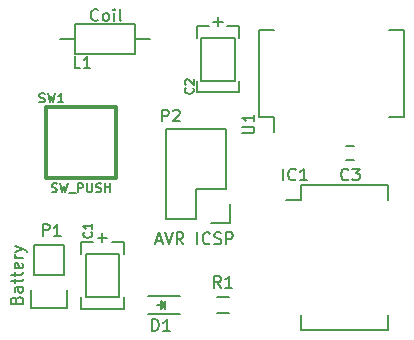
<source format=gbr>
G04 #@! TF.GenerationSoftware,KiCad,Pcbnew,(5.0.1)-4*
G04 #@! TF.CreationDate,2018-11-29T17:47:57-05:00*
G04 #@! TF.ProjectId,MagSpoofTC,4D616753706F6F6654432E6B69636164,1.0*
G04 #@! TF.SameCoordinates,Original*
G04 #@! TF.FileFunction,Legend,Top*
G04 #@! TF.FilePolarity,Positive*
%FSLAX46Y46*%
G04 Gerber Fmt 4.6, Leading zero omitted, Abs format (unit mm)*
G04 Created by KiCad (PCBNEW (5.0.1)-4) date 11/29/2018 5:47:57 PM*
%MOMM*%
%LPD*%
G01*
G04 APERTURE LIST*
%ADD10C,0.150000*%
%ADD11C,0.203200*%
%ADD12C,0.299720*%
%ADD13C,0.152400*%
%ADD14C,0.127000*%
G04 APERTURE END LIST*
D10*
G04 #@! TO.C,U1*
X124405000Y-89365000D02*
X125675000Y-89365000D01*
X124405000Y-82015000D02*
X125675000Y-82015000D01*
X136615000Y-82015000D02*
X135345000Y-82015000D01*
X136615000Y-89365000D02*
X135345000Y-89365000D01*
X124405000Y-89365000D02*
X124405000Y-82015000D01*
X136615000Y-89365000D02*
X136615000Y-82015000D01*
X125675000Y-89365000D02*
X125675000Y-90650000D01*
D11*
G04 #@! TO.C,C1*
X111900000Y-105600000D02*
X109300000Y-105600000D01*
X109300000Y-105600000D02*
X109300000Y-104600000D01*
X112900000Y-104600000D02*
X112900000Y-105600000D01*
X112900000Y-105600000D02*
X111900000Y-105600000D01*
X111900000Y-100000000D02*
X112900000Y-100000000D01*
X112900000Y-100000000D02*
X112900000Y-101000000D01*
X110300000Y-100000000D02*
X109300000Y-100000000D01*
X109300000Y-100000000D02*
X109300000Y-101000000D01*
X110700000Y-99600000D02*
X111500000Y-99600000D01*
X111100000Y-99200000D02*
X111100000Y-100000000D01*
X112500000Y-101000000D02*
X109700000Y-101000000D01*
X109700000Y-101000000D02*
X109700000Y-104600000D01*
X109700000Y-104600000D02*
X112500000Y-104600000D01*
X112500000Y-104600000D02*
X112500000Y-101000000D01*
G04 #@! TO.C,C2*
X121700000Y-87300000D02*
X119100000Y-87300000D01*
X119100000Y-87300000D02*
X119100000Y-86300000D01*
X122700000Y-86300000D02*
X122700000Y-87300000D01*
X122700000Y-87300000D02*
X121700000Y-87300000D01*
X121700000Y-81700000D02*
X122700000Y-81700000D01*
X122700000Y-81700000D02*
X122700000Y-82700000D01*
X120100000Y-81700000D02*
X119100000Y-81700000D01*
X119100000Y-81700000D02*
X119100000Y-82700000D01*
X120500000Y-81300000D02*
X121300000Y-81300000D01*
X120900000Y-80900000D02*
X120900000Y-81700000D01*
X122300000Y-82700000D02*
X119500000Y-82700000D01*
X119500000Y-82700000D02*
X119500000Y-86300000D01*
X119500000Y-86300000D02*
X122300000Y-86300000D01*
X122300000Y-86300000D02*
X122300000Y-82700000D01*
D10*
G04 #@! TO.C,IC1*
X127915000Y-95175000D02*
X127915000Y-96445000D01*
X135265000Y-95175000D02*
X135265000Y-96445000D01*
X135265000Y-107385000D02*
X135265000Y-106115000D01*
X127915000Y-107385000D02*
X127915000Y-106115000D01*
X127915000Y-95175000D02*
X135265000Y-95175000D01*
X127915000Y-107385000D02*
X135265000Y-107385000D01*
X127915000Y-96445000D02*
X126630000Y-96445000D01*
G04 #@! TO.C,L1*
X113840000Y-84070000D02*
X108760000Y-84070000D01*
X108760000Y-84070000D02*
X108760000Y-81530000D01*
X108760000Y-81530000D02*
X113840000Y-81530000D01*
X113840000Y-81530000D02*
X113840000Y-84070000D01*
X113840000Y-82800000D02*
X115110000Y-82800000D01*
X108760000Y-82800000D02*
X107490000Y-82800000D01*
G04 #@! TO.C,P1*
X105330000Y-102730000D02*
X105330000Y-100190000D01*
X105050000Y-105550000D02*
X105050000Y-104000000D01*
X105330000Y-102730000D02*
X107870000Y-102730000D01*
X108150000Y-104000000D02*
X108150000Y-105550000D01*
X108150000Y-105550000D02*
X105050000Y-105550000D01*
X107870000Y-102730000D02*
X107870000Y-100190000D01*
X107870000Y-100190000D02*
X105330000Y-100190000D01*
G04 #@! TO.C,P2*
X121610000Y-95510000D02*
X121610000Y-90430000D01*
X121890000Y-98330000D02*
X120340000Y-98330000D01*
X119070000Y-98050000D02*
X119070000Y-95510000D01*
X119070000Y-95510000D02*
X121610000Y-95510000D01*
X121610000Y-90430000D02*
X116530000Y-90430000D01*
X116530000Y-90430000D02*
X116530000Y-95510000D01*
X121890000Y-98330000D02*
X121890000Y-96780000D01*
X116530000Y-98050000D02*
X119070000Y-98050000D01*
X116530000Y-95510000D02*
X116530000Y-98050000D01*
D12*
G04 #@! TO.C,SW1*
X106302300Y-88548160D02*
X112301780Y-88548160D01*
X112301780Y-88548160D02*
X112301780Y-94547640D01*
X112301780Y-94547640D02*
X106302300Y-94547640D01*
X106302300Y-94547640D02*
X106302300Y-88548160D01*
D10*
G04 #@! TO.C,D1*
X117650980Y-104550000D02*
X114950980Y-104550000D01*
X117650980Y-106050000D02*
X114950980Y-106050000D01*
X116150980Y-105150000D02*
X116150980Y-105400000D01*
X116150980Y-105400000D02*
X116300980Y-105250000D01*
X116400980Y-105650000D02*
X116400980Y-104950000D01*
X116050980Y-105300000D02*
X115700980Y-105300000D01*
X116400980Y-105300000D02*
X116050980Y-105650000D01*
X116050980Y-105650000D02*
X116050980Y-104950000D01*
X116050980Y-104950000D02*
X116400980Y-105300000D01*
G04 #@! TO.C,C3*
X132450000Y-93000000D02*
X131750000Y-93000000D01*
X131750000Y-91800000D02*
X132450000Y-91800000D01*
G04 #@! TO.C,R1*
X121800000Y-105975000D02*
X120800000Y-105975000D01*
X120800000Y-104625000D02*
X121800000Y-104625000D01*
G04 #@! TO.C,U1*
X122952380Y-90761904D02*
X123761904Y-90761904D01*
X123857142Y-90714285D01*
X123904761Y-90666666D01*
X123952380Y-90571428D01*
X123952380Y-90380952D01*
X123904761Y-90285714D01*
X123857142Y-90238095D01*
X123761904Y-90190476D01*
X122952380Y-90190476D01*
X123952380Y-89190476D02*
X123952380Y-89761904D01*
X123952380Y-89476190D02*
X122952380Y-89476190D01*
X123095238Y-89571428D01*
X123190476Y-89666666D01*
X123238095Y-89761904D01*
G04 #@! TO.C,C1*
D13*
X110172142Y-99127000D02*
X110208428Y-99163285D01*
X110244714Y-99272142D01*
X110244714Y-99344714D01*
X110208428Y-99453571D01*
X110135857Y-99526142D01*
X110063285Y-99562428D01*
X109918142Y-99598714D01*
X109809285Y-99598714D01*
X109664142Y-99562428D01*
X109591571Y-99526142D01*
X109519000Y-99453571D01*
X109482714Y-99344714D01*
X109482714Y-99272142D01*
X109519000Y-99163285D01*
X109555285Y-99127000D01*
X110244714Y-98401285D02*
X110244714Y-98836714D01*
X110244714Y-98619000D02*
X109482714Y-98619000D01*
X109591571Y-98691571D01*
X109664142Y-98764142D01*
X109700428Y-98836714D01*
G04 #@! TO.C,C2*
X118772142Y-86927000D02*
X118808428Y-86963285D01*
X118844714Y-87072142D01*
X118844714Y-87144714D01*
X118808428Y-87253571D01*
X118735857Y-87326142D01*
X118663285Y-87362428D01*
X118518142Y-87398714D01*
X118409285Y-87398714D01*
X118264142Y-87362428D01*
X118191571Y-87326142D01*
X118119000Y-87253571D01*
X118082714Y-87144714D01*
X118082714Y-87072142D01*
X118119000Y-86963285D01*
X118155285Y-86927000D01*
X118155285Y-86636714D02*
X118119000Y-86600428D01*
X118082714Y-86527857D01*
X118082714Y-86346428D01*
X118119000Y-86273857D01*
X118155285Y-86237571D01*
X118227857Y-86201285D01*
X118300428Y-86201285D01*
X118409285Y-86237571D01*
X118844714Y-86673000D01*
X118844714Y-86201285D01*
G04 #@! TO.C,IC1*
D10*
X126423809Y-94752380D02*
X126423809Y-93752380D01*
X127471428Y-94657142D02*
X127423809Y-94704761D01*
X127280952Y-94752380D01*
X127185714Y-94752380D01*
X127042857Y-94704761D01*
X126947619Y-94609523D01*
X126900000Y-94514285D01*
X126852380Y-94323809D01*
X126852380Y-94180952D01*
X126900000Y-93990476D01*
X126947619Y-93895238D01*
X127042857Y-93800000D01*
X127185714Y-93752380D01*
X127280952Y-93752380D01*
X127423809Y-93800000D01*
X127471428Y-93847619D01*
X128423809Y-94752380D02*
X127852380Y-94752380D01*
X128138095Y-94752380D02*
X128138095Y-93752380D01*
X128042857Y-93895238D01*
X127947619Y-93990476D01*
X127852380Y-94038095D01*
G04 #@! TO.C,L1*
X109233333Y-85252380D02*
X108757142Y-85252380D01*
X108757142Y-84252380D01*
X110090476Y-85252380D02*
X109519047Y-85252380D01*
X109804761Y-85252380D02*
X109804761Y-84252380D01*
X109709523Y-84395238D01*
X109614285Y-84490476D01*
X109519047Y-84538095D01*
X110757142Y-81157142D02*
X110709523Y-81204761D01*
X110566666Y-81252380D01*
X110471428Y-81252380D01*
X110328571Y-81204761D01*
X110233333Y-81109523D01*
X110185714Y-81014285D01*
X110138095Y-80823809D01*
X110138095Y-80680952D01*
X110185714Y-80490476D01*
X110233333Y-80395238D01*
X110328571Y-80300000D01*
X110471428Y-80252380D01*
X110566666Y-80252380D01*
X110709523Y-80300000D01*
X110757142Y-80347619D01*
X111328571Y-81252380D02*
X111233333Y-81204761D01*
X111185714Y-81157142D01*
X111138095Y-81061904D01*
X111138095Y-80776190D01*
X111185714Y-80680952D01*
X111233333Y-80633333D01*
X111328571Y-80585714D01*
X111471428Y-80585714D01*
X111566666Y-80633333D01*
X111614285Y-80680952D01*
X111661904Y-80776190D01*
X111661904Y-81061904D01*
X111614285Y-81157142D01*
X111566666Y-81204761D01*
X111471428Y-81252380D01*
X111328571Y-81252380D01*
X112090476Y-81252380D02*
X112090476Y-80585714D01*
X112090476Y-80252380D02*
X112042857Y-80300000D01*
X112090476Y-80347619D01*
X112138095Y-80300000D01*
X112090476Y-80252380D01*
X112090476Y-80347619D01*
X112709523Y-81252380D02*
X112614285Y-81204761D01*
X112566666Y-81109523D01*
X112566666Y-80252380D01*
G04 #@! TO.C,P1*
X106061904Y-99452380D02*
X106061904Y-98452380D01*
X106442857Y-98452380D01*
X106538095Y-98500000D01*
X106585714Y-98547619D01*
X106633333Y-98642857D01*
X106633333Y-98785714D01*
X106585714Y-98880952D01*
X106538095Y-98928571D01*
X106442857Y-98976190D01*
X106061904Y-98976190D01*
X107585714Y-99452380D02*
X107014285Y-99452380D01*
X107300000Y-99452380D02*
X107300000Y-98452380D01*
X107204761Y-98595238D01*
X107109523Y-98690476D01*
X107014285Y-98738095D01*
X103828571Y-104871428D02*
X103876190Y-104728571D01*
X103923809Y-104680952D01*
X104019047Y-104633333D01*
X104161904Y-104633333D01*
X104257142Y-104680952D01*
X104304761Y-104728571D01*
X104352380Y-104823809D01*
X104352380Y-105204761D01*
X103352380Y-105204761D01*
X103352380Y-104871428D01*
X103400000Y-104776190D01*
X103447619Y-104728571D01*
X103542857Y-104680952D01*
X103638095Y-104680952D01*
X103733333Y-104728571D01*
X103780952Y-104776190D01*
X103828571Y-104871428D01*
X103828571Y-105204761D01*
X104352380Y-103776190D02*
X103828571Y-103776190D01*
X103733333Y-103823809D01*
X103685714Y-103919047D01*
X103685714Y-104109523D01*
X103733333Y-104204761D01*
X104304761Y-103776190D02*
X104352380Y-103871428D01*
X104352380Y-104109523D01*
X104304761Y-104204761D01*
X104209523Y-104252380D01*
X104114285Y-104252380D01*
X104019047Y-104204761D01*
X103971428Y-104109523D01*
X103971428Y-103871428D01*
X103923809Y-103776190D01*
X103685714Y-103442857D02*
X103685714Y-103061904D01*
X103352380Y-103300000D02*
X104209523Y-103300000D01*
X104304761Y-103252380D01*
X104352380Y-103157142D01*
X104352380Y-103061904D01*
X103685714Y-102871428D02*
X103685714Y-102490476D01*
X103352380Y-102728571D02*
X104209523Y-102728571D01*
X104304761Y-102680952D01*
X104352380Y-102585714D01*
X104352380Y-102490476D01*
X104304761Y-101776190D02*
X104352380Y-101871428D01*
X104352380Y-102061904D01*
X104304761Y-102157142D01*
X104209523Y-102204761D01*
X103828571Y-102204761D01*
X103733333Y-102157142D01*
X103685714Y-102061904D01*
X103685714Y-101871428D01*
X103733333Y-101776190D01*
X103828571Y-101728571D01*
X103923809Y-101728571D01*
X104019047Y-102204761D01*
X104352380Y-101300000D02*
X103685714Y-101300000D01*
X103876190Y-101300000D02*
X103780952Y-101252380D01*
X103733333Y-101204761D01*
X103685714Y-101109523D01*
X103685714Y-101014285D01*
X103685714Y-100776190D02*
X104352380Y-100538095D01*
X103685714Y-100300000D02*
X104352380Y-100538095D01*
X104590476Y-100633333D01*
X104638095Y-100680952D01*
X104685714Y-100776190D01*
G04 #@! TO.C,P2*
X116161904Y-89752380D02*
X116161904Y-88752380D01*
X116542857Y-88752380D01*
X116638095Y-88800000D01*
X116685714Y-88847619D01*
X116733333Y-88942857D01*
X116733333Y-89085714D01*
X116685714Y-89180952D01*
X116638095Y-89228571D01*
X116542857Y-89276190D01*
X116161904Y-89276190D01*
X117114285Y-88847619D02*
X117161904Y-88800000D01*
X117257142Y-88752380D01*
X117495238Y-88752380D01*
X117590476Y-88800000D01*
X117638095Y-88847619D01*
X117685714Y-88942857D01*
X117685714Y-89038095D01*
X117638095Y-89180952D01*
X117066666Y-89752380D01*
X117685714Y-89752380D01*
X115638095Y-99866666D02*
X116114285Y-99866666D01*
X115542857Y-100152380D02*
X115876190Y-99152380D01*
X116209523Y-100152380D01*
X116400000Y-99152380D02*
X116733333Y-100152380D01*
X117066666Y-99152380D01*
X117971428Y-100152380D02*
X117638095Y-99676190D01*
X117400000Y-100152380D02*
X117400000Y-99152380D01*
X117780952Y-99152380D01*
X117876190Y-99200000D01*
X117923809Y-99247619D01*
X117971428Y-99342857D01*
X117971428Y-99485714D01*
X117923809Y-99580952D01*
X117876190Y-99628571D01*
X117780952Y-99676190D01*
X117400000Y-99676190D01*
X119161904Y-100152380D02*
X119161904Y-99152380D01*
X120209523Y-100057142D02*
X120161904Y-100104761D01*
X120019047Y-100152380D01*
X119923809Y-100152380D01*
X119780952Y-100104761D01*
X119685714Y-100009523D01*
X119638095Y-99914285D01*
X119590476Y-99723809D01*
X119590476Y-99580952D01*
X119638095Y-99390476D01*
X119685714Y-99295238D01*
X119780952Y-99200000D01*
X119923809Y-99152380D01*
X120019047Y-99152380D01*
X120161904Y-99200000D01*
X120209523Y-99247619D01*
X120590476Y-100104761D02*
X120733333Y-100152380D01*
X120971428Y-100152380D01*
X121066666Y-100104761D01*
X121114285Y-100057142D01*
X121161904Y-99961904D01*
X121161904Y-99866666D01*
X121114285Y-99771428D01*
X121066666Y-99723809D01*
X120971428Y-99676190D01*
X120780952Y-99628571D01*
X120685714Y-99580952D01*
X120638095Y-99533333D01*
X120590476Y-99438095D01*
X120590476Y-99342857D01*
X120638095Y-99247619D01*
X120685714Y-99200000D01*
X120780952Y-99152380D01*
X121019047Y-99152380D01*
X121161904Y-99200000D01*
X121590476Y-100152380D02*
X121590476Y-99152380D01*
X121971428Y-99152380D01*
X122066666Y-99200000D01*
X122114285Y-99247619D01*
X122161904Y-99342857D01*
X122161904Y-99485714D01*
X122114285Y-99580952D01*
X122066666Y-99628571D01*
X121971428Y-99676190D01*
X121590476Y-99676190D01*
G04 #@! TO.C,SW1*
D14*
X105784000Y-88108428D02*
X105892857Y-88144714D01*
X106074285Y-88144714D01*
X106146857Y-88108428D01*
X106183142Y-88072142D01*
X106219428Y-87999571D01*
X106219428Y-87927000D01*
X106183142Y-87854428D01*
X106146857Y-87818142D01*
X106074285Y-87781857D01*
X105929142Y-87745571D01*
X105856571Y-87709285D01*
X105820285Y-87673000D01*
X105784000Y-87600428D01*
X105784000Y-87527857D01*
X105820285Y-87455285D01*
X105856571Y-87419000D01*
X105929142Y-87382714D01*
X106110571Y-87382714D01*
X106219428Y-87419000D01*
X106473428Y-87382714D02*
X106654857Y-88144714D01*
X106800000Y-87600428D01*
X106945142Y-88144714D01*
X107126571Y-87382714D01*
X107816000Y-88144714D02*
X107380571Y-88144714D01*
X107598285Y-88144714D02*
X107598285Y-87382714D01*
X107525714Y-87491571D01*
X107453142Y-87564142D01*
X107380571Y-87600428D01*
X106816468Y-95706328D02*
X106925325Y-95742614D01*
X107106754Y-95742614D01*
X107179325Y-95706328D01*
X107215611Y-95670042D01*
X107251897Y-95597471D01*
X107251897Y-95524900D01*
X107215611Y-95452328D01*
X107179325Y-95416042D01*
X107106754Y-95379757D01*
X106961611Y-95343471D01*
X106889040Y-95307185D01*
X106852754Y-95270900D01*
X106816468Y-95198328D01*
X106816468Y-95125757D01*
X106852754Y-95053185D01*
X106889040Y-95016900D01*
X106961611Y-94980614D01*
X107143040Y-94980614D01*
X107251897Y-95016900D01*
X107505897Y-94980614D02*
X107687325Y-95742614D01*
X107832468Y-95198328D01*
X107977611Y-95742614D01*
X108159040Y-94980614D01*
X108267897Y-95815185D02*
X108848468Y-95815185D01*
X109029897Y-95742614D02*
X109029897Y-94980614D01*
X109320182Y-94980614D01*
X109392754Y-95016900D01*
X109429040Y-95053185D01*
X109465325Y-95125757D01*
X109465325Y-95234614D01*
X109429040Y-95307185D01*
X109392754Y-95343471D01*
X109320182Y-95379757D01*
X109029897Y-95379757D01*
X109791897Y-94980614D02*
X109791897Y-95597471D01*
X109828182Y-95670042D01*
X109864468Y-95706328D01*
X109937040Y-95742614D01*
X110082182Y-95742614D01*
X110154754Y-95706328D01*
X110191040Y-95670042D01*
X110227325Y-95597471D01*
X110227325Y-94980614D01*
X110553897Y-95706328D02*
X110662754Y-95742614D01*
X110844182Y-95742614D01*
X110916754Y-95706328D01*
X110953040Y-95670042D01*
X110989325Y-95597471D01*
X110989325Y-95524900D01*
X110953040Y-95452328D01*
X110916754Y-95416042D01*
X110844182Y-95379757D01*
X110699040Y-95343471D01*
X110626468Y-95307185D01*
X110590182Y-95270900D01*
X110553897Y-95198328D01*
X110553897Y-95125757D01*
X110590182Y-95053185D01*
X110626468Y-95016900D01*
X110699040Y-94980614D01*
X110880468Y-94980614D01*
X110989325Y-95016900D01*
X111315897Y-95742614D02*
X111315897Y-94980614D01*
X111315897Y-95343471D02*
X111751325Y-95343471D01*
X111751325Y-95742614D02*
X111751325Y-94980614D01*
G04 #@! TO.C,D1*
D10*
X115312884Y-107502380D02*
X115312884Y-106502380D01*
X115550980Y-106502380D01*
X115693837Y-106550000D01*
X115789075Y-106645238D01*
X115836694Y-106740476D01*
X115884313Y-106930952D01*
X115884313Y-107073809D01*
X115836694Y-107264285D01*
X115789075Y-107359523D01*
X115693837Y-107454761D01*
X115550980Y-107502380D01*
X115312884Y-107502380D01*
X116836694Y-107502380D02*
X116265265Y-107502380D01*
X116550980Y-107502380D02*
X116550980Y-106502380D01*
X116455741Y-106645238D01*
X116360503Y-106740476D01*
X116265265Y-106788095D01*
G04 #@! TO.C,C3*
X131933333Y-94657142D02*
X131885714Y-94704761D01*
X131742857Y-94752380D01*
X131647619Y-94752380D01*
X131504761Y-94704761D01*
X131409523Y-94609523D01*
X131361904Y-94514285D01*
X131314285Y-94323809D01*
X131314285Y-94180952D01*
X131361904Y-93990476D01*
X131409523Y-93895238D01*
X131504761Y-93800000D01*
X131647619Y-93752380D01*
X131742857Y-93752380D01*
X131885714Y-93800000D01*
X131933333Y-93847619D01*
X132266666Y-93752380D02*
X132885714Y-93752380D01*
X132552380Y-94133333D01*
X132695238Y-94133333D01*
X132790476Y-94180952D01*
X132838095Y-94228571D01*
X132885714Y-94323809D01*
X132885714Y-94561904D01*
X132838095Y-94657142D01*
X132790476Y-94704761D01*
X132695238Y-94752380D01*
X132409523Y-94752380D01*
X132314285Y-94704761D01*
X132266666Y-94657142D01*
G04 #@! TO.C,R1*
X121133333Y-103852380D02*
X120800000Y-103376190D01*
X120561904Y-103852380D02*
X120561904Y-102852380D01*
X120942857Y-102852380D01*
X121038095Y-102900000D01*
X121085714Y-102947619D01*
X121133333Y-103042857D01*
X121133333Y-103185714D01*
X121085714Y-103280952D01*
X121038095Y-103328571D01*
X120942857Y-103376190D01*
X120561904Y-103376190D01*
X122085714Y-103852380D02*
X121514285Y-103852380D01*
X121800000Y-103852380D02*
X121800000Y-102852380D01*
X121704761Y-102995238D01*
X121609523Y-103090476D01*
X121514285Y-103138095D01*
G04 #@! TD*
M02*

</source>
